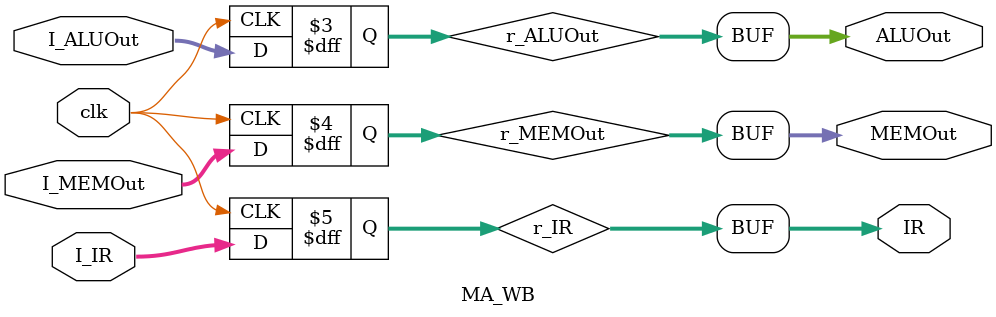
<source format=v>
`timescale 1ns / 1ps


module MA_WB(clk,I_ALUOut,I_MEMOut,I_IR,ALUOut,MEMOut,IR);
    input clk;
    input[31:0] I_ALUOut;
    input[31:0] I_MEMOut;
    input[31:0] I_IR;
    output[31:0] ALUOut;
    output[31:0] MEMOut;
    output[31:0] IR;
    reg[31:0] r_ALUOut;
    reg[31:0] r_MEMOut;
    reg[31:0] r_IR;
    assign ALUOut = r_ALUOut;
    assign MEMOut = r_MEMOut;
    assign IR = r_IR;
    initial begin
        r_IR = 32'b11111111111111111111111111111111;
    end
    always@(posedge clk)
    begin
        r_ALUOut = I_ALUOut;
        r_MEMOut = I_MEMOut;
        r_IR = I_IR;
    end
endmodule

</source>
